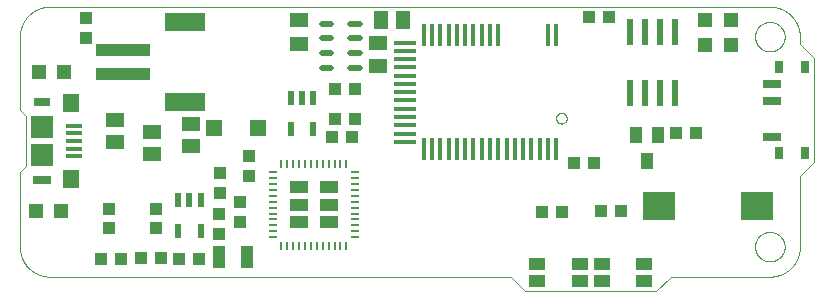
<source format=gtp>
G75*
%MOIN*%
%OFA0B0*%
%FSLAX25Y25*%
%IPPOS*%
%LPD*%
%AMOC8*
5,1,8,0,0,1.08239X$1,22.5*
%
%ADD10C,0.00000*%
%ADD11R,0.05906X0.04882*%
%ADD12R,0.03937X0.04331*%
%ADD13R,0.04724X0.04724*%
%ADD14R,0.04331X0.03937*%
%ADD15R,0.03937X0.03937*%
%ADD16R,0.02165X0.04724*%
%ADD17R,0.05512X0.05512*%
%ADD18R,0.18110X0.03937*%
%ADD19R,0.13386X0.06299*%
%ADD20R,0.02953X0.00984*%
%ADD21R,0.00984X0.02953*%
%ADD22R,0.05906X0.03937*%
%ADD23R,0.04331X0.07480*%
%ADD24R,0.04882X0.05906*%
%ADD25R,0.01772X0.07283*%
%ADD26R,0.07283X0.01772*%
%ADD27C,0.02165*%
%ADD28R,0.06299X0.05118*%
%ADD29R,0.03937X0.05512*%
%ADD30R,0.10669X0.09488*%
%ADD31R,0.02362X0.08661*%
%ADD32R,0.05512X0.04134*%
%ADD33R,0.05906X0.02756*%
%ADD34R,0.03150X0.03937*%
%ADD35R,0.05315X0.01575*%
%ADD36R,0.05512X0.06299*%
%ADD37R,0.07480X0.07480*%
%ADD38R,0.05512X0.02756*%
D10*
X0031728Y0107122D02*
X0185477Y0107122D01*
X0190201Y0102398D01*
X0233925Y0102398D01*
X0238649Y0107122D01*
X0271728Y0107122D01*
X0266807Y0117122D02*
X0266809Y0117262D01*
X0266815Y0117402D01*
X0266825Y0117541D01*
X0266839Y0117680D01*
X0266857Y0117819D01*
X0266878Y0117957D01*
X0266904Y0118095D01*
X0266934Y0118232D01*
X0266967Y0118367D01*
X0267005Y0118502D01*
X0267046Y0118636D01*
X0267091Y0118769D01*
X0267139Y0118900D01*
X0267192Y0119029D01*
X0267248Y0119158D01*
X0267307Y0119284D01*
X0267371Y0119409D01*
X0267437Y0119532D01*
X0267508Y0119653D01*
X0267581Y0119772D01*
X0267658Y0119889D01*
X0267739Y0120003D01*
X0267822Y0120115D01*
X0267909Y0120225D01*
X0267999Y0120333D01*
X0268091Y0120437D01*
X0268187Y0120539D01*
X0268286Y0120639D01*
X0268387Y0120735D01*
X0268491Y0120829D01*
X0268598Y0120919D01*
X0268707Y0121006D01*
X0268819Y0121091D01*
X0268933Y0121172D01*
X0269049Y0121250D01*
X0269167Y0121324D01*
X0269288Y0121395D01*
X0269410Y0121463D01*
X0269535Y0121527D01*
X0269661Y0121588D01*
X0269788Y0121645D01*
X0269918Y0121698D01*
X0270049Y0121748D01*
X0270181Y0121793D01*
X0270314Y0121836D01*
X0270449Y0121874D01*
X0270584Y0121908D01*
X0270721Y0121939D01*
X0270858Y0121966D01*
X0270996Y0121988D01*
X0271135Y0122007D01*
X0271274Y0122022D01*
X0271413Y0122033D01*
X0271553Y0122040D01*
X0271693Y0122043D01*
X0271833Y0122042D01*
X0271973Y0122037D01*
X0272112Y0122028D01*
X0272252Y0122015D01*
X0272391Y0121998D01*
X0272529Y0121977D01*
X0272667Y0121953D01*
X0272804Y0121924D01*
X0272940Y0121892D01*
X0273075Y0121855D01*
X0273209Y0121815D01*
X0273342Y0121771D01*
X0273473Y0121723D01*
X0273603Y0121672D01*
X0273732Y0121617D01*
X0273859Y0121558D01*
X0273984Y0121495D01*
X0274107Y0121430D01*
X0274229Y0121360D01*
X0274348Y0121287D01*
X0274466Y0121211D01*
X0274581Y0121132D01*
X0274694Y0121049D01*
X0274804Y0120963D01*
X0274912Y0120874D01*
X0275017Y0120782D01*
X0275120Y0120687D01*
X0275220Y0120589D01*
X0275317Y0120489D01*
X0275411Y0120385D01*
X0275503Y0120279D01*
X0275591Y0120171D01*
X0275676Y0120060D01*
X0275758Y0119946D01*
X0275837Y0119830D01*
X0275912Y0119713D01*
X0275984Y0119593D01*
X0276052Y0119471D01*
X0276117Y0119347D01*
X0276179Y0119221D01*
X0276237Y0119094D01*
X0276291Y0118965D01*
X0276342Y0118834D01*
X0276388Y0118702D01*
X0276431Y0118569D01*
X0276471Y0118435D01*
X0276506Y0118300D01*
X0276538Y0118163D01*
X0276565Y0118026D01*
X0276589Y0117888D01*
X0276609Y0117750D01*
X0276625Y0117611D01*
X0276637Y0117471D01*
X0276645Y0117332D01*
X0276649Y0117192D01*
X0276649Y0117052D01*
X0276645Y0116912D01*
X0276637Y0116773D01*
X0276625Y0116633D01*
X0276609Y0116494D01*
X0276589Y0116356D01*
X0276565Y0116218D01*
X0276538Y0116081D01*
X0276506Y0115944D01*
X0276471Y0115809D01*
X0276431Y0115675D01*
X0276388Y0115542D01*
X0276342Y0115410D01*
X0276291Y0115279D01*
X0276237Y0115150D01*
X0276179Y0115023D01*
X0276117Y0114897D01*
X0276052Y0114773D01*
X0275984Y0114651D01*
X0275912Y0114531D01*
X0275837Y0114414D01*
X0275758Y0114298D01*
X0275676Y0114184D01*
X0275591Y0114073D01*
X0275503Y0113965D01*
X0275411Y0113859D01*
X0275317Y0113755D01*
X0275220Y0113655D01*
X0275120Y0113557D01*
X0275017Y0113462D01*
X0274912Y0113370D01*
X0274804Y0113281D01*
X0274694Y0113195D01*
X0274581Y0113112D01*
X0274466Y0113033D01*
X0274348Y0112957D01*
X0274229Y0112884D01*
X0274107Y0112814D01*
X0273984Y0112749D01*
X0273859Y0112686D01*
X0273732Y0112627D01*
X0273603Y0112572D01*
X0273473Y0112521D01*
X0273342Y0112473D01*
X0273209Y0112429D01*
X0273075Y0112389D01*
X0272940Y0112352D01*
X0272804Y0112320D01*
X0272667Y0112291D01*
X0272529Y0112267D01*
X0272391Y0112246D01*
X0272252Y0112229D01*
X0272112Y0112216D01*
X0271973Y0112207D01*
X0271833Y0112202D01*
X0271693Y0112201D01*
X0271553Y0112204D01*
X0271413Y0112211D01*
X0271274Y0112222D01*
X0271135Y0112237D01*
X0270996Y0112256D01*
X0270858Y0112278D01*
X0270721Y0112305D01*
X0270584Y0112336D01*
X0270449Y0112370D01*
X0270314Y0112408D01*
X0270181Y0112451D01*
X0270049Y0112496D01*
X0269918Y0112546D01*
X0269788Y0112599D01*
X0269661Y0112656D01*
X0269535Y0112717D01*
X0269410Y0112781D01*
X0269288Y0112849D01*
X0269167Y0112920D01*
X0269049Y0112994D01*
X0268933Y0113072D01*
X0268819Y0113153D01*
X0268707Y0113238D01*
X0268598Y0113325D01*
X0268491Y0113415D01*
X0268387Y0113509D01*
X0268286Y0113605D01*
X0268187Y0113705D01*
X0268091Y0113807D01*
X0267999Y0113911D01*
X0267909Y0114019D01*
X0267822Y0114129D01*
X0267739Y0114241D01*
X0267658Y0114355D01*
X0267581Y0114472D01*
X0267508Y0114591D01*
X0267437Y0114712D01*
X0267371Y0114835D01*
X0267307Y0114960D01*
X0267248Y0115086D01*
X0267192Y0115215D01*
X0267139Y0115344D01*
X0267091Y0115475D01*
X0267046Y0115608D01*
X0267005Y0115742D01*
X0266967Y0115877D01*
X0266934Y0116012D01*
X0266904Y0116149D01*
X0266878Y0116287D01*
X0266857Y0116425D01*
X0266839Y0116564D01*
X0266825Y0116703D01*
X0266815Y0116842D01*
X0266809Y0116982D01*
X0266807Y0117122D01*
X0271728Y0107122D02*
X0271970Y0107125D01*
X0272211Y0107134D01*
X0272452Y0107148D01*
X0272693Y0107169D01*
X0272933Y0107195D01*
X0273173Y0107227D01*
X0273412Y0107265D01*
X0273649Y0107308D01*
X0273886Y0107358D01*
X0274121Y0107413D01*
X0274355Y0107473D01*
X0274587Y0107540D01*
X0274818Y0107611D01*
X0275047Y0107689D01*
X0275274Y0107772D01*
X0275499Y0107860D01*
X0275722Y0107954D01*
X0275942Y0108053D01*
X0276160Y0108158D01*
X0276375Y0108267D01*
X0276588Y0108382D01*
X0276798Y0108502D01*
X0277004Y0108627D01*
X0277208Y0108757D01*
X0277409Y0108892D01*
X0277606Y0109032D01*
X0277800Y0109176D01*
X0277990Y0109325D01*
X0278176Y0109479D01*
X0278359Y0109637D01*
X0278538Y0109799D01*
X0278713Y0109966D01*
X0278884Y0110137D01*
X0279051Y0110312D01*
X0279213Y0110491D01*
X0279371Y0110674D01*
X0279525Y0110860D01*
X0279674Y0111050D01*
X0279818Y0111244D01*
X0279958Y0111441D01*
X0280093Y0111642D01*
X0280223Y0111846D01*
X0280348Y0112052D01*
X0280468Y0112262D01*
X0280583Y0112475D01*
X0280692Y0112690D01*
X0280797Y0112908D01*
X0280896Y0113128D01*
X0280990Y0113351D01*
X0281078Y0113576D01*
X0281161Y0113803D01*
X0281239Y0114032D01*
X0281310Y0114263D01*
X0281377Y0114495D01*
X0281437Y0114729D01*
X0281492Y0114964D01*
X0281542Y0115201D01*
X0281585Y0115438D01*
X0281623Y0115677D01*
X0281655Y0115917D01*
X0281681Y0116157D01*
X0281702Y0116398D01*
X0281716Y0116639D01*
X0281725Y0116880D01*
X0281728Y0117122D01*
X0281728Y0140587D01*
X0286453Y0145311D01*
X0286453Y0179957D01*
X0281728Y0184681D01*
X0281728Y0187122D01*
X0266807Y0187122D02*
X0266809Y0187262D01*
X0266815Y0187402D01*
X0266825Y0187541D01*
X0266839Y0187680D01*
X0266857Y0187819D01*
X0266878Y0187957D01*
X0266904Y0188095D01*
X0266934Y0188232D01*
X0266967Y0188367D01*
X0267005Y0188502D01*
X0267046Y0188636D01*
X0267091Y0188769D01*
X0267139Y0188900D01*
X0267192Y0189029D01*
X0267248Y0189158D01*
X0267307Y0189284D01*
X0267371Y0189409D01*
X0267437Y0189532D01*
X0267508Y0189653D01*
X0267581Y0189772D01*
X0267658Y0189889D01*
X0267739Y0190003D01*
X0267822Y0190115D01*
X0267909Y0190225D01*
X0267999Y0190333D01*
X0268091Y0190437D01*
X0268187Y0190539D01*
X0268286Y0190639D01*
X0268387Y0190735D01*
X0268491Y0190829D01*
X0268598Y0190919D01*
X0268707Y0191006D01*
X0268819Y0191091D01*
X0268933Y0191172D01*
X0269049Y0191250D01*
X0269167Y0191324D01*
X0269288Y0191395D01*
X0269410Y0191463D01*
X0269535Y0191527D01*
X0269661Y0191588D01*
X0269788Y0191645D01*
X0269918Y0191698D01*
X0270049Y0191748D01*
X0270181Y0191793D01*
X0270314Y0191836D01*
X0270449Y0191874D01*
X0270584Y0191908D01*
X0270721Y0191939D01*
X0270858Y0191966D01*
X0270996Y0191988D01*
X0271135Y0192007D01*
X0271274Y0192022D01*
X0271413Y0192033D01*
X0271553Y0192040D01*
X0271693Y0192043D01*
X0271833Y0192042D01*
X0271973Y0192037D01*
X0272112Y0192028D01*
X0272252Y0192015D01*
X0272391Y0191998D01*
X0272529Y0191977D01*
X0272667Y0191953D01*
X0272804Y0191924D01*
X0272940Y0191892D01*
X0273075Y0191855D01*
X0273209Y0191815D01*
X0273342Y0191771D01*
X0273473Y0191723D01*
X0273603Y0191672D01*
X0273732Y0191617D01*
X0273859Y0191558D01*
X0273984Y0191495D01*
X0274107Y0191430D01*
X0274229Y0191360D01*
X0274348Y0191287D01*
X0274466Y0191211D01*
X0274581Y0191132D01*
X0274694Y0191049D01*
X0274804Y0190963D01*
X0274912Y0190874D01*
X0275017Y0190782D01*
X0275120Y0190687D01*
X0275220Y0190589D01*
X0275317Y0190489D01*
X0275411Y0190385D01*
X0275503Y0190279D01*
X0275591Y0190171D01*
X0275676Y0190060D01*
X0275758Y0189946D01*
X0275837Y0189830D01*
X0275912Y0189713D01*
X0275984Y0189593D01*
X0276052Y0189471D01*
X0276117Y0189347D01*
X0276179Y0189221D01*
X0276237Y0189094D01*
X0276291Y0188965D01*
X0276342Y0188834D01*
X0276388Y0188702D01*
X0276431Y0188569D01*
X0276471Y0188435D01*
X0276506Y0188300D01*
X0276538Y0188163D01*
X0276565Y0188026D01*
X0276589Y0187888D01*
X0276609Y0187750D01*
X0276625Y0187611D01*
X0276637Y0187471D01*
X0276645Y0187332D01*
X0276649Y0187192D01*
X0276649Y0187052D01*
X0276645Y0186912D01*
X0276637Y0186773D01*
X0276625Y0186633D01*
X0276609Y0186494D01*
X0276589Y0186356D01*
X0276565Y0186218D01*
X0276538Y0186081D01*
X0276506Y0185944D01*
X0276471Y0185809D01*
X0276431Y0185675D01*
X0276388Y0185542D01*
X0276342Y0185410D01*
X0276291Y0185279D01*
X0276237Y0185150D01*
X0276179Y0185023D01*
X0276117Y0184897D01*
X0276052Y0184773D01*
X0275984Y0184651D01*
X0275912Y0184531D01*
X0275837Y0184414D01*
X0275758Y0184298D01*
X0275676Y0184184D01*
X0275591Y0184073D01*
X0275503Y0183965D01*
X0275411Y0183859D01*
X0275317Y0183755D01*
X0275220Y0183655D01*
X0275120Y0183557D01*
X0275017Y0183462D01*
X0274912Y0183370D01*
X0274804Y0183281D01*
X0274694Y0183195D01*
X0274581Y0183112D01*
X0274466Y0183033D01*
X0274348Y0182957D01*
X0274229Y0182884D01*
X0274107Y0182814D01*
X0273984Y0182749D01*
X0273859Y0182686D01*
X0273732Y0182627D01*
X0273603Y0182572D01*
X0273473Y0182521D01*
X0273342Y0182473D01*
X0273209Y0182429D01*
X0273075Y0182389D01*
X0272940Y0182352D01*
X0272804Y0182320D01*
X0272667Y0182291D01*
X0272529Y0182267D01*
X0272391Y0182246D01*
X0272252Y0182229D01*
X0272112Y0182216D01*
X0271973Y0182207D01*
X0271833Y0182202D01*
X0271693Y0182201D01*
X0271553Y0182204D01*
X0271413Y0182211D01*
X0271274Y0182222D01*
X0271135Y0182237D01*
X0270996Y0182256D01*
X0270858Y0182278D01*
X0270721Y0182305D01*
X0270584Y0182336D01*
X0270449Y0182370D01*
X0270314Y0182408D01*
X0270181Y0182451D01*
X0270049Y0182496D01*
X0269918Y0182546D01*
X0269788Y0182599D01*
X0269661Y0182656D01*
X0269535Y0182717D01*
X0269410Y0182781D01*
X0269288Y0182849D01*
X0269167Y0182920D01*
X0269049Y0182994D01*
X0268933Y0183072D01*
X0268819Y0183153D01*
X0268707Y0183238D01*
X0268598Y0183325D01*
X0268491Y0183415D01*
X0268387Y0183509D01*
X0268286Y0183605D01*
X0268187Y0183705D01*
X0268091Y0183807D01*
X0267999Y0183911D01*
X0267909Y0184019D01*
X0267822Y0184129D01*
X0267739Y0184241D01*
X0267658Y0184355D01*
X0267581Y0184472D01*
X0267508Y0184591D01*
X0267437Y0184712D01*
X0267371Y0184835D01*
X0267307Y0184960D01*
X0267248Y0185086D01*
X0267192Y0185215D01*
X0267139Y0185344D01*
X0267091Y0185475D01*
X0267046Y0185608D01*
X0267005Y0185742D01*
X0266967Y0185877D01*
X0266934Y0186012D01*
X0266904Y0186149D01*
X0266878Y0186287D01*
X0266857Y0186425D01*
X0266839Y0186564D01*
X0266825Y0186703D01*
X0266815Y0186842D01*
X0266809Y0186982D01*
X0266807Y0187122D01*
X0271728Y0197122D02*
X0271970Y0197119D01*
X0272211Y0197110D01*
X0272452Y0197096D01*
X0272693Y0197075D01*
X0272933Y0197049D01*
X0273173Y0197017D01*
X0273412Y0196979D01*
X0273649Y0196936D01*
X0273886Y0196886D01*
X0274121Y0196831D01*
X0274355Y0196771D01*
X0274587Y0196704D01*
X0274818Y0196633D01*
X0275047Y0196555D01*
X0275274Y0196472D01*
X0275499Y0196384D01*
X0275722Y0196290D01*
X0275942Y0196191D01*
X0276160Y0196086D01*
X0276375Y0195977D01*
X0276588Y0195862D01*
X0276798Y0195742D01*
X0277004Y0195617D01*
X0277208Y0195487D01*
X0277409Y0195352D01*
X0277606Y0195212D01*
X0277800Y0195068D01*
X0277990Y0194919D01*
X0278176Y0194765D01*
X0278359Y0194607D01*
X0278538Y0194445D01*
X0278713Y0194278D01*
X0278884Y0194107D01*
X0279051Y0193932D01*
X0279213Y0193753D01*
X0279371Y0193570D01*
X0279525Y0193384D01*
X0279674Y0193194D01*
X0279818Y0193000D01*
X0279958Y0192803D01*
X0280093Y0192602D01*
X0280223Y0192398D01*
X0280348Y0192192D01*
X0280468Y0191982D01*
X0280583Y0191769D01*
X0280692Y0191554D01*
X0280797Y0191336D01*
X0280896Y0191116D01*
X0280990Y0190893D01*
X0281078Y0190668D01*
X0281161Y0190441D01*
X0281239Y0190212D01*
X0281310Y0189981D01*
X0281377Y0189749D01*
X0281437Y0189515D01*
X0281492Y0189280D01*
X0281542Y0189043D01*
X0281585Y0188806D01*
X0281623Y0188567D01*
X0281655Y0188327D01*
X0281681Y0188087D01*
X0281702Y0187846D01*
X0281716Y0187605D01*
X0281725Y0187364D01*
X0281728Y0187122D01*
X0271728Y0197122D02*
X0031728Y0197122D01*
X0031486Y0197119D01*
X0031245Y0197110D01*
X0031004Y0197096D01*
X0030763Y0197075D01*
X0030523Y0197049D01*
X0030283Y0197017D01*
X0030044Y0196979D01*
X0029807Y0196936D01*
X0029570Y0196886D01*
X0029335Y0196831D01*
X0029101Y0196771D01*
X0028869Y0196704D01*
X0028638Y0196633D01*
X0028409Y0196555D01*
X0028182Y0196472D01*
X0027957Y0196384D01*
X0027734Y0196290D01*
X0027514Y0196191D01*
X0027296Y0196086D01*
X0027081Y0195977D01*
X0026868Y0195862D01*
X0026658Y0195742D01*
X0026452Y0195617D01*
X0026248Y0195487D01*
X0026047Y0195352D01*
X0025850Y0195212D01*
X0025656Y0195068D01*
X0025466Y0194919D01*
X0025280Y0194765D01*
X0025097Y0194607D01*
X0024918Y0194445D01*
X0024743Y0194278D01*
X0024572Y0194107D01*
X0024405Y0193932D01*
X0024243Y0193753D01*
X0024085Y0193570D01*
X0023931Y0193384D01*
X0023782Y0193194D01*
X0023638Y0193000D01*
X0023498Y0192803D01*
X0023363Y0192602D01*
X0023233Y0192398D01*
X0023108Y0192192D01*
X0022988Y0191982D01*
X0022873Y0191769D01*
X0022764Y0191554D01*
X0022659Y0191336D01*
X0022560Y0191116D01*
X0022466Y0190893D01*
X0022378Y0190668D01*
X0022295Y0190441D01*
X0022217Y0190212D01*
X0022146Y0189981D01*
X0022079Y0189749D01*
X0022019Y0189515D01*
X0021964Y0189280D01*
X0021914Y0189043D01*
X0021871Y0188806D01*
X0021833Y0188567D01*
X0021801Y0188327D01*
X0021775Y0188087D01*
X0021754Y0187846D01*
X0021740Y0187605D01*
X0021731Y0187364D01*
X0021728Y0187122D01*
X0021728Y0162622D01*
X0023728Y0160622D01*
X0023728Y0144122D01*
X0021728Y0142122D01*
X0021728Y0117122D01*
X0021731Y0116880D01*
X0021740Y0116639D01*
X0021754Y0116398D01*
X0021775Y0116157D01*
X0021801Y0115917D01*
X0021833Y0115677D01*
X0021871Y0115438D01*
X0021914Y0115201D01*
X0021964Y0114964D01*
X0022019Y0114729D01*
X0022079Y0114495D01*
X0022146Y0114263D01*
X0022217Y0114032D01*
X0022295Y0113803D01*
X0022378Y0113576D01*
X0022466Y0113351D01*
X0022560Y0113128D01*
X0022659Y0112908D01*
X0022764Y0112690D01*
X0022873Y0112475D01*
X0022988Y0112262D01*
X0023108Y0112052D01*
X0023233Y0111846D01*
X0023363Y0111642D01*
X0023498Y0111441D01*
X0023638Y0111244D01*
X0023782Y0111050D01*
X0023931Y0110860D01*
X0024085Y0110674D01*
X0024243Y0110491D01*
X0024405Y0110312D01*
X0024572Y0110137D01*
X0024743Y0109966D01*
X0024918Y0109799D01*
X0025097Y0109637D01*
X0025280Y0109479D01*
X0025466Y0109325D01*
X0025656Y0109176D01*
X0025850Y0109032D01*
X0026047Y0108892D01*
X0026248Y0108757D01*
X0026452Y0108627D01*
X0026658Y0108502D01*
X0026868Y0108382D01*
X0027081Y0108267D01*
X0027296Y0108158D01*
X0027514Y0108053D01*
X0027734Y0107954D01*
X0027957Y0107860D01*
X0028182Y0107772D01*
X0028409Y0107689D01*
X0028638Y0107611D01*
X0028869Y0107540D01*
X0029101Y0107473D01*
X0029335Y0107413D01*
X0029570Y0107358D01*
X0029807Y0107308D01*
X0030044Y0107265D01*
X0030283Y0107227D01*
X0030523Y0107195D01*
X0030763Y0107169D01*
X0031004Y0107148D01*
X0031245Y0107134D01*
X0031486Y0107125D01*
X0031728Y0107122D01*
X0030606Y0138396D02*
X0027850Y0138396D01*
X0027788Y0138398D01*
X0027727Y0138404D01*
X0027666Y0138413D01*
X0027605Y0138427D01*
X0027546Y0138444D01*
X0027488Y0138465D01*
X0027431Y0138490D01*
X0027376Y0138518D01*
X0027323Y0138549D01*
X0027272Y0138584D01*
X0027223Y0138622D01*
X0027176Y0138663D01*
X0027133Y0138706D01*
X0027092Y0138753D01*
X0027054Y0138802D01*
X0027019Y0138853D01*
X0026988Y0138906D01*
X0026960Y0138961D01*
X0026935Y0139018D01*
X0026914Y0139076D01*
X0026897Y0139135D01*
X0026883Y0139196D01*
X0026874Y0139257D01*
X0026868Y0139318D01*
X0026866Y0139380D01*
X0026868Y0139442D01*
X0026874Y0139503D01*
X0026883Y0139564D01*
X0026897Y0139625D01*
X0026914Y0139684D01*
X0026935Y0139742D01*
X0026960Y0139799D01*
X0026988Y0139854D01*
X0027019Y0139907D01*
X0027054Y0139958D01*
X0027092Y0140007D01*
X0027133Y0140054D01*
X0027176Y0140097D01*
X0027223Y0140138D01*
X0027272Y0140176D01*
X0027323Y0140211D01*
X0027376Y0140242D01*
X0027431Y0140270D01*
X0027488Y0140295D01*
X0027546Y0140316D01*
X0027605Y0140333D01*
X0027666Y0140347D01*
X0027727Y0140356D01*
X0027788Y0140362D01*
X0027850Y0140364D01*
X0030606Y0140364D01*
X0030668Y0140362D01*
X0030729Y0140356D01*
X0030790Y0140347D01*
X0030851Y0140333D01*
X0030910Y0140316D01*
X0030968Y0140295D01*
X0031025Y0140270D01*
X0031080Y0140242D01*
X0031133Y0140211D01*
X0031184Y0140176D01*
X0031233Y0140138D01*
X0031280Y0140097D01*
X0031323Y0140054D01*
X0031364Y0140007D01*
X0031402Y0139958D01*
X0031437Y0139907D01*
X0031468Y0139854D01*
X0031496Y0139799D01*
X0031521Y0139742D01*
X0031542Y0139684D01*
X0031559Y0139625D01*
X0031573Y0139564D01*
X0031582Y0139503D01*
X0031588Y0139442D01*
X0031590Y0139380D01*
X0031588Y0139318D01*
X0031582Y0139257D01*
X0031573Y0139196D01*
X0031559Y0139135D01*
X0031542Y0139076D01*
X0031521Y0139018D01*
X0031496Y0138961D01*
X0031468Y0138906D01*
X0031437Y0138853D01*
X0031402Y0138802D01*
X0031364Y0138753D01*
X0031323Y0138706D01*
X0031280Y0138663D01*
X0031233Y0138622D01*
X0031184Y0138584D01*
X0031133Y0138549D01*
X0031080Y0138518D01*
X0031025Y0138490D01*
X0030968Y0138465D01*
X0030910Y0138444D01*
X0030851Y0138427D01*
X0030790Y0138413D01*
X0030729Y0138404D01*
X0030668Y0138398D01*
X0030606Y0138396D01*
X0030606Y0164380D02*
X0027850Y0164380D01*
X0027788Y0164382D01*
X0027727Y0164388D01*
X0027666Y0164397D01*
X0027605Y0164411D01*
X0027546Y0164428D01*
X0027488Y0164449D01*
X0027431Y0164474D01*
X0027376Y0164502D01*
X0027323Y0164533D01*
X0027272Y0164568D01*
X0027223Y0164606D01*
X0027176Y0164647D01*
X0027133Y0164690D01*
X0027092Y0164737D01*
X0027054Y0164786D01*
X0027019Y0164837D01*
X0026988Y0164890D01*
X0026960Y0164945D01*
X0026935Y0165002D01*
X0026914Y0165060D01*
X0026897Y0165119D01*
X0026883Y0165180D01*
X0026874Y0165241D01*
X0026868Y0165302D01*
X0026866Y0165364D01*
X0026868Y0165426D01*
X0026874Y0165487D01*
X0026883Y0165548D01*
X0026897Y0165609D01*
X0026914Y0165668D01*
X0026935Y0165726D01*
X0026960Y0165783D01*
X0026988Y0165838D01*
X0027019Y0165891D01*
X0027054Y0165942D01*
X0027092Y0165991D01*
X0027133Y0166038D01*
X0027176Y0166081D01*
X0027223Y0166122D01*
X0027272Y0166160D01*
X0027323Y0166195D01*
X0027376Y0166226D01*
X0027431Y0166254D01*
X0027488Y0166279D01*
X0027546Y0166300D01*
X0027605Y0166317D01*
X0027666Y0166331D01*
X0027727Y0166340D01*
X0027788Y0166346D01*
X0027850Y0166348D01*
X0030606Y0166348D01*
X0030668Y0166346D01*
X0030729Y0166340D01*
X0030790Y0166331D01*
X0030851Y0166317D01*
X0030910Y0166300D01*
X0030968Y0166279D01*
X0031025Y0166254D01*
X0031080Y0166226D01*
X0031133Y0166195D01*
X0031184Y0166160D01*
X0031233Y0166122D01*
X0031280Y0166081D01*
X0031323Y0166038D01*
X0031364Y0165991D01*
X0031402Y0165942D01*
X0031437Y0165891D01*
X0031468Y0165838D01*
X0031496Y0165783D01*
X0031521Y0165726D01*
X0031542Y0165668D01*
X0031559Y0165609D01*
X0031573Y0165548D01*
X0031582Y0165487D01*
X0031588Y0165426D01*
X0031590Y0165364D01*
X0031588Y0165302D01*
X0031582Y0165241D01*
X0031573Y0165180D01*
X0031559Y0165119D01*
X0031542Y0165060D01*
X0031521Y0165002D01*
X0031496Y0164945D01*
X0031468Y0164890D01*
X0031437Y0164837D01*
X0031402Y0164786D01*
X0031364Y0164737D01*
X0031323Y0164690D01*
X0031280Y0164647D01*
X0031233Y0164606D01*
X0031184Y0164568D01*
X0031133Y0164533D01*
X0031080Y0164502D01*
X0031025Y0164474D01*
X0030968Y0164449D01*
X0030910Y0164428D01*
X0030851Y0164411D01*
X0030790Y0164397D01*
X0030729Y0164388D01*
X0030668Y0164382D01*
X0030606Y0164380D01*
X0200476Y0159961D02*
X0200478Y0160045D01*
X0200484Y0160128D01*
X0200494Y0160211D01*
X0200508Y0160294D01*
X0200525Y0160376D01*
X0200547Y0160457D01*
X0200572Y0160536D01*
X0200601Y0160615D01*
X0200634Y0160692D01*
X0200670Y0160767D01*
X0200710Y0160841D01*
X0200753Y0160913D01*
X0200800Y0160982D01*
X0200850Y0161049D01*
X0200903Y0161114D01*
X0200959Y0161176D01*
X0201017Y0161236D01*
X0201079Y0161293D01*
X0201143Y0161346D01*
X0201210Y0161397D01*
X0201279Y0161444D01*
X0201350Y0161489D01*
X0201423Y0161529D01*
X0201498Y0161566D01*
X0201575Y0161600D01*
X0201653Y0161630D01*
X0201732Y0161656D01*
X0201813Y0161679D01*
X0201895Y0161697D01*
X0201977Y0161712D01*
X0202060Y0161723D01*
X0202143Y0161730D01*
X0202227Y0161733D01*
X0202311Y0161732D01*
X0202394Y0161727D01*
X0202478Y0161718D01*
X0202560Y0161705D01*
X0202642Y0161689D01*
X0202723Y0161668D01*
X0202804Y0161644D01*
X0202882Y0161616D01*
X0202960Y0161584D01*
X0203036Y0161548D01*
X0203110Y0161509D01*
X0203182Y0161467D01*
X0203252Y0161421D01*
X0203320Y0161372D01*
X0203385Y0161320D01*
X0203448Y0161265D01*
X0203508Y0161207D01*
X0203566Y0161146D01*
X0203620Y0161082D01*
X0203672Y0161016D01*
X0203720Y0160948D01*
X0203765Y0160877D01*
X0203806Y0160804D01*
X0203845Y0160730D01*
X0203879Y0160654D01*
X0203910Y0160576D01*
X0203937Y0160497D01*
X0203961Y0160416D01*
X0203980Y0160335D01*
X0203996Y0160253D01*
X0204008Y0160170D01*
X0204016Y0160086D01*
X0204020Y0160003D01*
X0204020Y0159919D01*
X0204016Y0159836D01*
X0204008Y0159752D01*
X0203996Y0159669D01*
X0203980Y0159587D01*
X0203961Y0159506D01*
X0203937Y0159425D01*
X0203910Y0159346D01*
X0203879Y0159268D01*
X0203845Y0159192D01*
X0203806Y0159118D01*
X0203765Y0159045D01*
X0203720Y0158974D01*
X0203672Y0158906D01*
X0203620Y0158840D01*
X0203566Y0158776D01*
X0203508Y0158715D01*
X0203448Y0158657D01*
X0203385Y0158602D01*
X0203320Y0158550D01*
X0203252Y0158501D01*
X0203182Y0158455D01*
X0203110Y0158413D01*
X0203036Y0158374D01*
X0202960Y0158338D01*
X0202882Y0158306D01*
X0202804Y0158278D01*
X0202723Y0158254D01*
X0202642Y0158233D01*
X0202560Y0158217D01*
X0202478Y0158204D01*
X0202394Y0158195D01*
X0202311Y0158190D01*
X0202227Y0158189D01*
X0202143Y0158192D01*
X0202060Y0158199D01*
X0201977Y0158210D01*
X0201895Y0158225D01*
X0201813Y0158243D01*
X0201732Y0158266D01*
X0201653Y0158292D01*
X0201575Y0158322D01*
X0201498Y0158356D01*
X0201423Y0158393D01*
X0201350Y0158433D01*
X0201279Y0158478D01*
X0201210Y0158525D01*
X0201143Y0158576D01*
X0201079Y0158629D01*
X0201017Y0158686D01*
X0200959Y0158746D01*
X0200903Y0158808D01*
X0200850Y0158873D01*
X0200800Y0158940D01*
X0200753Y0159009D01*
X0200710Y0159081D01*
X0200670Y0159155D01*
X0200634Y0159230D01*
X0200601Y0159307D01*
X0200572Y0159386D01*
X0200547Y0159465D01*
X0200525Y0159546D01*
X0200508Y0159628D01*
X0200494Y0159711D01*
X0200484Y0159794D01*
X0200478Y0159877D01*
X0200476Y0159961D01*
D11*
X0141228Y0177382D03*
X0141228Y0184862D03*
X0078787Y0158126D03*
X0078787Y0150646D03*
X0065728Y0147882D03*
X0065728Y0155362D03*
X0053571Y0151902D03*
X0053571Y0159382D03*
D12*
X0088295Y0141669D03*
X0098228Y0140776D03*
X0098228Y0147469D03*
X0088295Y0134976D03*
X0095228Y0131969D03*
X0088228Y0127969D03*
X0095228Y0125276D03*
X0088228Y0121276D03*
X0043728Y0186776D03*
X0043728Y0193469D03*
D13*
X0036276Y0175465D03*
X0028008Y0175465D03*
X0027094Y0129122D03*
X0035362Y0129122D03*
X0250228Y0184488D03*
X0258728Y0184488D03*
X0258728Y0192756D03*
X0250228Y0192756D03*
D14*
X0218075Y0193622D03*
X0211382Y0193622D03*
X0240382Y0155122D03*
X0247075Y0155122D03*
X0213075Y0145122D03*
X0206382Y0145122D03*
X0202575Y0128622D03*
X0195882Y0128622D03*
X0215382Y0129122D03*
X0222075Y0129122D03*
X0133575Y0159622D03*
X0126882Y0159622D03*
X0125882Y0153622D03*
X0132575Y0153622D03*
X0133575Y0169622D03*
X0126882Y0169622D03*
X0081575Y0113122D03*
X0074882Y0113122D03*
X0068775Y0113227D03*
X0062082Y0113227D03*
X0055575Y0113122D03*
X0048882Y0113122D03*
D15*
X0051354Y0123472D03*
X0051354Y0129772D03*
X0067102Y0129772D03*
X0067102Y0123472D03*
D16*
X0074488Y0122504D03*
X0081969Y0122504D03*
X0081969Y0132741D03*
X0078228Y0132741D03*
X0074488Y0132741D03*
X0111988Y0156504D03*
X0119469Y0156504D03*
X0119469Y0166741D03*
X0115728Y0166741D03*
X0111988Y0166741D03*
D17*
X0101012Y0156622D03*
X0086445Y0156622D03*
D18*
X0056161Y0174685D03*
X0056161Y0182559D03*
D19*
X0076634Y0192008D03*
X0076634Y0165236D03*
D20*
X0106047Y0141949D03*
X0106047Y0139980D03*
X0106047Y0138012D03*
X0106047Y0136043D03*
X0106047Y0134075D03*
X0106047Y0132106D03*
X0106047Y0130138D03*
X0106047Y0128169D03*
X0106047Y0126201D03*
X0106047Y0124232D03*
X0106047Y0122264D03*
X0106047Y0120295D03*
X0133409Y0120295D03*
X0133409Y0122264D03*
X0133409Y0124232D03*
X0133409Y0126201D03*
X0133409Y0128169D03*
X0133409Y0130138D03*
X0133409Y0132106D03*
X0133409Y0134075D03*
X0133409Y0136043D03*
X0133409Y0138012D03*
X0133409Y0139980D03*
X0133409Y0141949D03*
D21*
X0130555Y0144803D03*
X0128587Y0144803D03*
X0126618Y0144803D03*
X0124650Y0144803D03*
X0122681Y0144803D03*
X0120713Y0144803D03*
X0118744Y0144803D03*
X0116776Y0144803D03*
X0114807Y0144803D03*
X0112839Y0144803D03*
X0110870Y0144803D03*
X0108902Y0144803D03*
X0108902Y0117441D03*
X0110870Y0117441D03*
X0112839Y0117441D03*
X0114807Y0117441D03*
X0116776Y0117441D03*
X0118744Y0117441D03*
X0120713Y0117441D03*
X0122681Y0117441D03*
X0124650Y0117441D03*
X0126618Y0117441D03*
X0128587Y0117441D03*
X0130555Y0117441D03*
D22*
X0124650Y0125217D03*
X0124650Y0131122D03*
X0124650Y0137028D03*
X0114807Y0137028D03*
X0114807Y0131122D03*
X0114807Y0125217D03*
D23*
X0097453Y0113622D03*
X0088004Y0113622D03*
D24*
X0141988Y0192622D03*
X0149469Y0192622D03*
D25*
X0156382Y0187618D03*
X0159138Y0187618D03*
X0161894Y0187618D03*
X0164650Y0187618D03*
X0167406Y0187618D03*
X0170161Y0187618D03*
X0172917Y0187618D03*
X0175673Y0187618D03*
X0178429Y0187618D03*
X0181185Y0187618D03*
X0197720Y0187618D03*
X0200476Y0187618D03*
X0200476Y0149626D03*
X0197720Y0149626D03*
X0194965Y0149626D03*
X0192209Y0149626D03*
X0189453Y0149626D03*
X0186697Y0149626D03*
X0183941Y0149626D03*
X0181185Y0149626D03*
X0178429Y0149626D03*
X0175673Y0149626D03*
X0172917Y0149626D03*
X0170161Y0149626D03*
X0167406Y0149626D03*
X0164650Y0149626D03*
X0161894Y0149626D03*
X0159138Y0149626D03*
X0156382Y0149626D03*
D26*
X0149984Y0152087D03*
X0149984Y0154843D03*
X0149984Y0157598D03*
X0149984Y0160354D03*
X0149984Y0163110D03*
X0149984Y0165866D03*
X0149984Y0168622D03*
X0149984Y0171378D03*
X0149984Y0174134D03*
X0149984Y0176890D03*
X0149984Y0179646D03*
X0149984Y0182402D03*
X0149984Y0185157D03*
D27*
X0135028Y0186583D02*
X0131878Y0186583D01*
X0131878Y0186583D01*
X0135028Y0186583D01*
X0135028Y0186583D01*
X0135028Y0191504D02*
X0131878Y0191504D01*
X0131878Y0191504D01*
X0135028Y0191504D01*
X0135028Y0191504D01*
X0125579Y0191504D02*
X0122429Y0191504D01*
X0122429Y0191504D01*
X0125579Y0191504D01*
X0125579Y0191504D01*
X0125579Y0186583D02*
X0122429Y0186583D01*
X0122429Y0186583D01*
X0125579Y0186583D01*
X0125579Y0186583D01*
X0125579Y0181661D02*
X0122429Y0181661D01*
X0122429Y0181661D01*
X0125579Y0181661D01*
X0125579Y0181661D01*
X0125579Y0176740D02*
X0122429Y0176740D01*
X0122429Y0176740D01*
X0125579Y0176740D01*
X0125579Y0176740D01*
X0131878Y0176740D02*
X0135028Y0176740D01*
X0131878Y0176740D02*
X0131878Y0176740D01*
X0135028Y0176740D01*
X0135028Y0176740D01*
X0135028Y0181661D02*
X0131878Y0181661D01*
X0131878Y0181661D01*
X0135028Y0181661D01*
X0135028Y0181661D01*
D28*
X0114728Y0184685D03*
X0114728Y0192559D03*
D29*
X0226988Y0154453D03*
X0234469Y0154453D03*
X0230728Y0145791D03*
D30*
X0234890Y0130622D03*
X0267567Y0130622D03*
D31*
X0240228Y0168386D03*
X0235228Y0168386D03*
X0230228Y0168386D03*
X0225228Y0168386D03*
X0225228Y0188858D03*
X0230228Y0188858D03*
X0235228Y0188858D03*
X0240228Y0188858D03*
D32*
X0229902Y0111331D03*
X0229902Y0105622D03*
X0215728Y0105622D03*
X0208402Y0105622D03*
X0208402Y0111331D03*
X0215728Y0111331D03*
X0194228Y0111331D03*
X0194228Y0105622D03*
D33*
X0272339Y0153764D03*
X0272339Y0165575D03*
X0272339Y0171480D03*
X0029228Y0139380D03*
D34*
X0274898Y0148252D03*
X0283559Y0148252D03*
X0283559Y0176992D03*
X0274898Y0176992D03*
D35*
X0039760Y0157490D03*
X0039760Y0154931D03*
X0039760Y0152372D03*
X0039760Y0149813D03*
X0039760Y0147254D03*
D36*
X0038874Y0139774D03*
X0038874Y0164970D03*
D37*
X0029228Y0157096D03*
X0029228Y0147648D03*
D38*
X0029228Y0165364D03*
M02*

</source>
